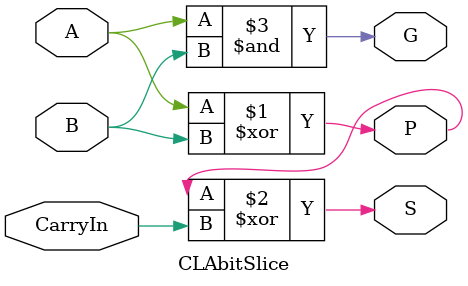
<source format=v>
`timescale 1ns / 1ps


module CLAbitSlice(input A, input B, input CarryIn, output P, output S, output G);

assign P = A^B;
assign S = P^CarryIn;
assign G = A&B;

endmodule

</source>
